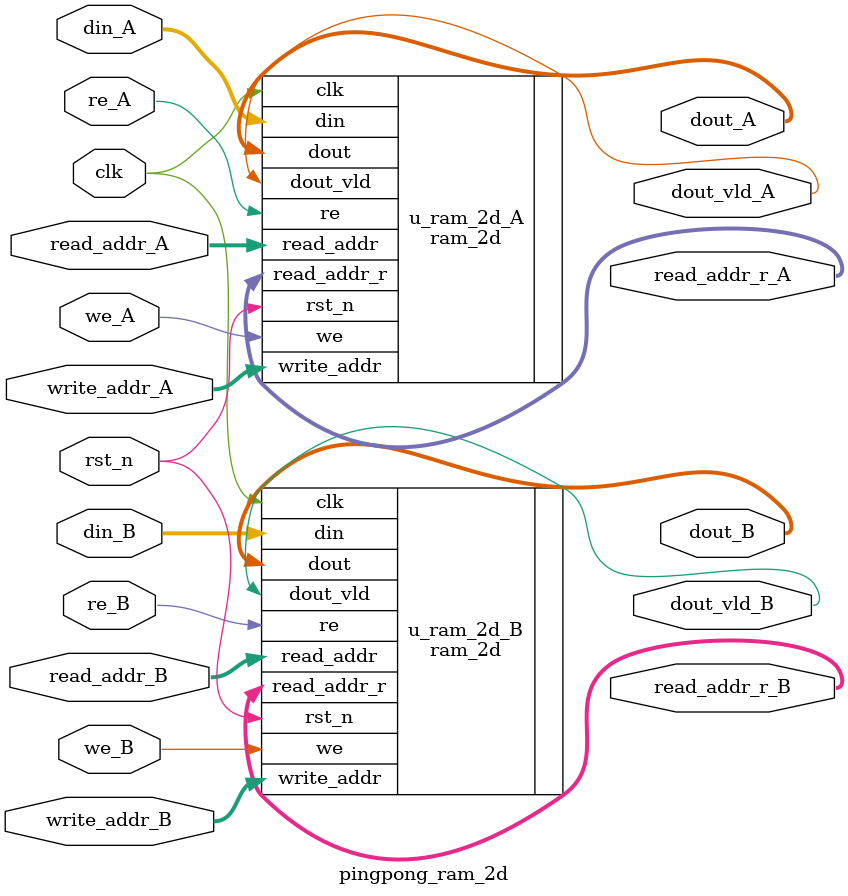
<source format=v>



module pingpong_ram_2d
# (
  parameter num_rams = 8,
  parameter w = 128,
  parameter d = 128
)
(
  input                   clk,  // common clock for read/write access
  input                   rst_n,

  // control and data for port A
  input                   we_A,   // active high write enable
  input   [num_rams*32-1:0] write_addr_A,   // write address
  input   [num_rams*w-1:0]         din_A,    // data in
  input                   re_A,   // active high read enable
  input   [num_rams*32-1:0] read_addr_A,   // read address
  output   [num_rams*32-1:0] read_addr_r_A,   // read address
  output                   dout_vld_A,
  output  [num_rams*w-1:0]         dout_A,    // data out

  // control and data for port B
  input                   we_B,   // active high write enable
  input   [num_rams*32-1:0] write_addr_B,   // write address
  input   [num_rams*w-1:0]         din_B,    // data in

  input                   re_B,   // active high read enable
  input   [num_rams*32-1:0] read_addr_B,   // read address
  output   [num_rams*32-1:0] read_addr_r_B,   // read address
  output                   dout_vld_B,
  output  [num_rams*w-1:0]         dout_B     // data out


); // ram_simple_dual


// wire [w-1:0]         din_As[num_rams-1:0];
// wire [w-1:0]         din_Bs[num_rams-1:0];
// wire [num_rams*w-1:0]         din_A;
// wire [num_rams*w-1:0]         din_B;

// genvar i;

// generate
// for(i=0 ; i<num_rams ; i=i+1)
// begin : ASSIGN_SPLIT_DAT
//     assign din_As[i] = din[(2*w*i + w-1) : (2*w*i)];
//     assign din_Bs[i] = din[(2*w*i + 2*w-1) : (2*w*i + w)];
//     assign din_A[(w*i + w-1) : (w*i)] = din_As[i];
//     assign din_B[(w*i + w-1) : (w*i)] = din_Bs[i];
// end
// endgenerate

ram_2d # (
 .num_rams(num_rams),
 .w(w),
 .d(d)
)u_ram_2d_A
(
  .clk(clk),  // common clock for read/write access
  .rst_n(rst_n),
  .we(we_A),   // active high write enable
  .write_addr(write_addr_A),   // write address
  .din(din_A),    // data in

  .re(re_A),   // active high read enable
  .read_addr(read_addr_A),   // read address
  .read_addr_r(read_addr_r_A),
  .dout_vld(dout_vld_A),
  .dout(dout_A)     // data out
); // ram_simple_dual


ram_2d # (
 .num_rams(num_rams),
 .w(w),
 .d(d)
)u_ram_2d_B
(
  .clk(clk),  // common clock for read/write access
  .rst_n(rst_n),
  .we(we_B),   // active high write enable
  .write_addr(write_addr_B),   // write address
  .din(din_B),    // data in

  .re(re_B),   // active high read enable
  .read_addr(read_addr_B),   // read address
  .read_addr_r(read_addr_r_B),
  .dout_vld(dout_vld_B),
  .dout(dout_B)     // data out
); // ram_simple_dual

endmodule

</source>
